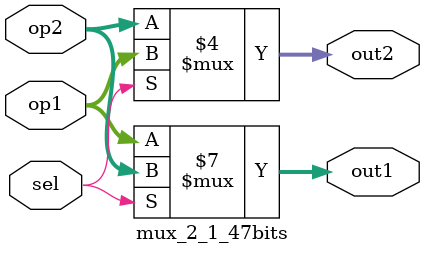
<source format=v>
`timescale 1ns / 1ps



    module mux_2_1_47bits(op1,op2,sel,out1,out2);
    input [47:0]op1,op2;
    input sel;
    output reg [47:0]out1,out2;
    always@(sel or op1 or op2)
    begin
    if(sel==0)
    begin
    out1=op1;
    out2=op2;
    end
    else
    begin
    out1=op2;
    out2=op1;
    end
    end
    endmodule



</source>
